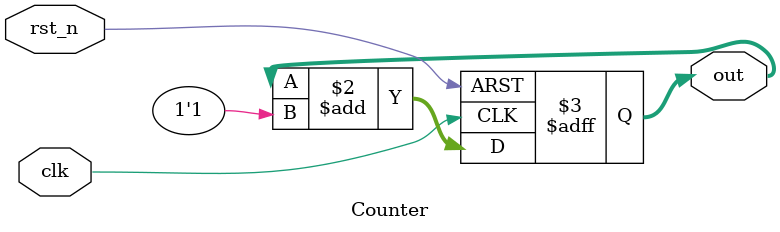
<source format=v>
module Counter (out, clk, rst_n); 
input clk, rst_n; 
output [3:0] out; 
reg [3:0] out; 

always @(posedge clk or posedge rst_n) begin
    if (rst_n) begin
        // reset
        out <= 4'b0;
    end
    else begin
        out <= out + 1'b1;
    end
end

endmodule


</source>
